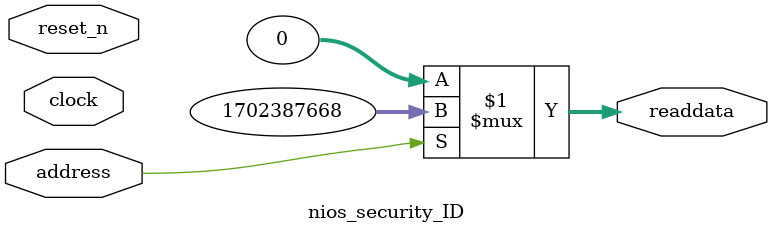
<source format=v>



// synthesis translate_off
`timescale 1ns / 1ps
// synthesis translate_on

// turn off superfluous verilog processor warnings 
// altera message_level Level1 
// altera message_off 10034 10035 10036 10037 10230 10240 10030 

module nios_security_ID (
               // inputs:
                address,
                clock,
                reset_n,

               // outputs:
                readdata
             )
;

  output  [ 31: 0] readdata;
  input            address;
  input            clock;
  input            reset_n;

  wire    [ 31: 0] readdata;
  //control_slave, which is an e_avalon_slave
  assign readdata = address ? 1702387668 : 0;

endmodule



</source>
